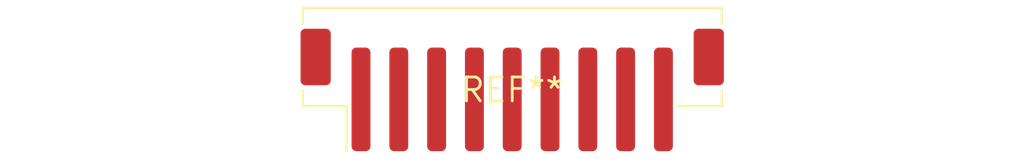
<source format=kicad_pcb>
(kicad_pcb (version 20240108) (generator pcbnew)
  (layers (0 "F.Cu" signal) (31 "B.Cu" signal) (34 "B.Paste" user) (35 "F.Paste" user) (36 "B.SilkS" user "B.Silkscreen") (37 "F.SilkS" user "F.Silkscreen") (38 "B.Mask" user) (39 "F.Mask" user) (44 "Edge.Cuts" user))
  (net 0 "")
  (footprint "JST_PH_B9B-PH-SM4-TB_1x09-1MP_P2.00mm_Vertical" (layer "F.Cu") (at 0 0)
    (property "Reference" "REF**")
    (property "Value" "JST_PH_B9B-PH-SM4-TB_1x09-1MP_P2.00mm_Vertical")
    (fp_line (start -11.085 -4.36) (end 11.085 -4.36) (layer "F.SilkS") (stroke (width 0.12)))
    (fp_line (start -11.085 -3.51) (end -11.085 -4.36) (layer "F.SilkS") (stroke (width 0.12)))
    (fp_line (start -11.085 0.01) (end -11.085 0.86) (layer "F.SilkS") (stroke (width 0.12)))
    (fp_line (start -11.085 0.86) (end -8.76 0.86) (layer "F.SilkS") (stroke (width 0.12)))
    (fp_line (start -8.76 0.86) (end -8.76 3.25) (layer "F.SilkS") (stroke (width 0.12)))
    (fp_line (start 11.085 -4.36) (end 11.085 -3.51) (layer "F.SilkS") (stroke (width 0.12)))
    (fp_line (start 11.085 0.01) (end 11.085 0.86) (layer "F.SilkS") (stroke (width 0.12)))
    (fp_line (start 11.085 0.86) (end 8.76 0.86) (layer "F.SilkS") (stroke (width 0.12)))
    (pad "1" smd roundrect (at -8 0.5) (size 1 5.5) (layers "F.Cu" "F.Paste" "F.Mask"))
    (pad "2" smd roundrect (at -6 0.5) (size 1 5.5) (layers "F.Cu" "F.Paste" "F.Mask"))
    (pad "3" smd roundrect (at -4 0.5) (size 1 5.5) (layers "F.Cu" "F.Paste" "F.Mask"))
    (pad "4" smd roundrect (at -2 0.5) (size 1 5.5) (layers "F.Cu" "F.Paste" "F.Mask"))
    (pad "5" smd roundrect (at 0 0.5) (size 1 5.5) (layers "F.Cu" "F.Paste" "F.Mask"))
    (pad "6" smd roundrect (at 2 0.5) (size 1 5.5) (layers "F.Cu" "F.Paste" "F.Mask"))
    (pad "7" smd roundrect (at 4 0.5) (size 1 5.5) (layers "F.Cu" "F.Paste" "F.Mask"))
    (pad "8" smd roundrect (at 6 0.5) (size 1 5.5) (layers "F.Cu" "F.Paste" "F.Mask"))
    (pad "9" smd roundrect (at 8 0.5) (size 1 5.5) (layers "F.Cu" "F.Paste" "F.Mask"))
    (pad "MP" smd roundrect (at -10.4 -1.75) (size 1.6 3) (layers "F.Cu" "F.Paste" "F.Mask") (roundrect_rratio 0.15625))
    (pad "MP" smd roundrect (at 10.4 -1.75) (size 1.6 3) (layers "F.Cu" "F.Paste" "F.Mask") (roundrect_rratio 0.15625))
  )
)
</source>
